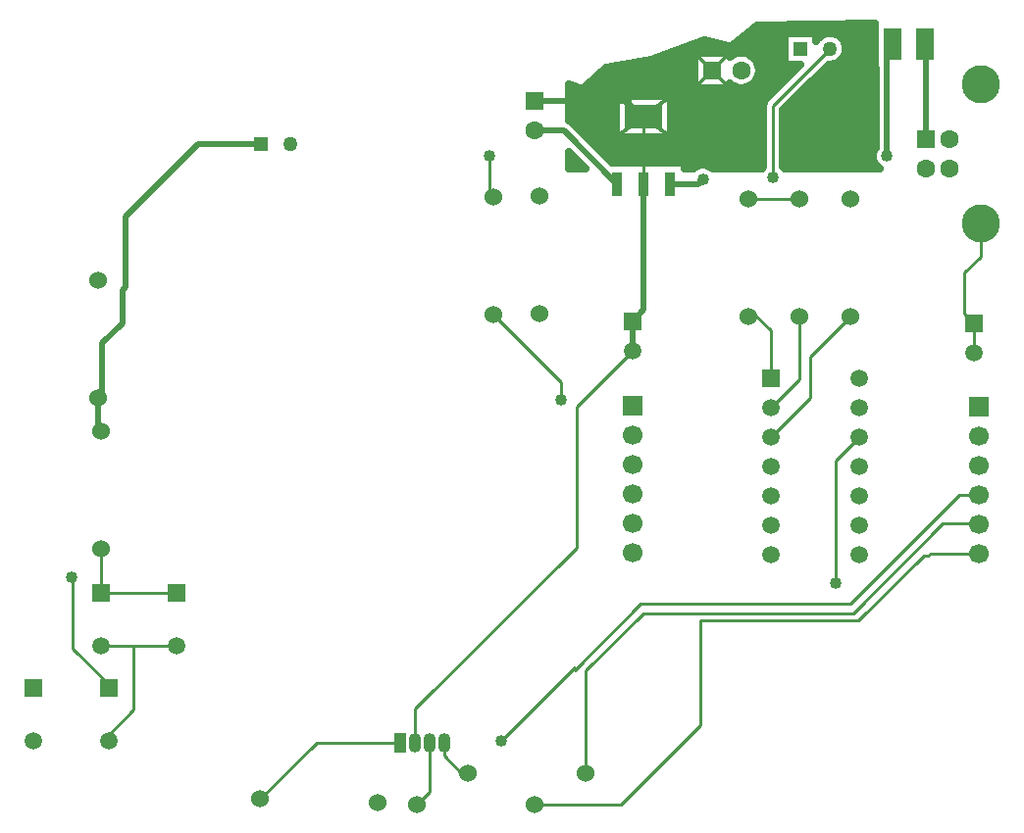
<source format=gbr>
G04 DipTrace 3.0.0.2*
G04 Top.gbr*
%MOMM*%
G04 #@! TF.FileFunction,Copper,L1,Top*
G04 #@! TF.Part,Single*
G04 #@! TA.AperFunction,Conductor*
%ADD13C,0.254*%
%ADD14C,0.508*%
G04 #@! TA.AperFunction,CopperBalancing*
%ADD15C,0.635*%
%ADD16C,0.3302*%
G04 #@! TA.AperFunction,ComponentPad*
%ADD17C,1.6*%
%ADD18R,1.6X1.6*%
%ADD19C,1.27*%
%ADD20R,1.27X1.27*%
%ADD21O,1.05X1.7*%
%ADD22R,1.05X1.7*%
%ADD23R,1.5X1.5*%
%ADD24C,1.5*%
%ADD25R,1.7X1.7*%
%ADD26C,1.7*%
%ADD27C,1.6*%
%ADD28C,3.3*%
%ADD29C,1.524*%
%ADD30C,1.524*%
%ADD31R,1.6X2.7*%
G04 #@! TA.AperFunction,ComponentPad*
%ADD32C,1.5*%
%ADD34R,0.95X2.15*%
%ADD35R,3.25X2.15*%
G04 #@! TA.AperFunction,ViaPad*
%ADD36C,1.016*%
%FSLAX35Y35*%
G04*
G71*
G90*
G75*
G01*
G04 Top*
%LPD*%
X8002310Y5364047D2*
D13*
Y4823127D1*
X7758943Y4579760D1*
X8442947Y5362453D2*
Y5375123D1*
X8418753Y5399317D1*
Y5339463D1*
X8094297Y5015007D1*
Y4661113D1*
X7758943Y4325760D1*
X9549370Y3313927D2*
X9130277D1*
X9117563Y3301213D1*
X9080897D1*
X8515160Y2735477D1*
X7150377D1*
Y1836677D1*
X6463033Y1149333D1*
X5715633D1*
X2627503Y2972920D2*
X1977503D1*
X1972573Y3355377D2*
Y2967990D1*
X1977503Y2972920D1*
X8315647Y3063147D2*
Y4120463D1*
X8520943Y4325760D1*
X2038187Y2151663D2*
X2074700D1*
X1731320Y2495043D1*
Y3105740D1*
X1723430Y3113630D1*
X6160087Y1419180D2*
Y2306900D1*
X6652823Y2799637D1*
X8469313D1*
X9243283Y3573607D1*
X9543690D1*
X9549370Y3567927D1*
X5942960Y4644030D2*
Y4800013D1*
X5365063Y5377910D1*
X2038187Y1701663D2*
Y1751757D1*
X2254943Y1968513D1*
Y2522920D1*
X2627503D1*
X1977503D2*
X2627503D1*
X6562640Y5070070D2*
D14*
Y5324070D1*
X7563340Y5360220D2*
D13*
Y5390520D1*
X7606900D1*
X7756390Y5241030D1*
Y4831207D1*
X7758943Y4833760D1*
X6658583Y6510810D2*
D14*
Y5420013D1*
X6562640Y5324070D1*
X6658583Y7090810D2*
D13*
Y6510810D1*
X5717790Y7223073D2*
D14*
X6526320D1*
D13*
X6658583Y7090810D1*
X4683540Y1683313D2*
Y1973050D1*
X6077187Y3366697D1*
Y4584617D1*
X6562640Y5070070D1*
X1953160Y4662873D2*
D14*
Y4390790D1*
D13*
X1972573Y4371377D1*
X9505850Y5308413D2*
Y5054413D1*
X9568703Y6167820D2*
Y5882303D1*
X9427327Y5740927D1*
Y5386937D1*
X9505850Y5308413D1*
X3352923Y6855433D2*
D14*
X2812483D1*
X2183203Y6226153D1*
Y5619553D1*
X2156803Y5593153D1*
Y5307577D1*
X1986417Y5137190D1*
Y4662873D1*
X1953160D1*
X5717790Y6969073D2*
X5970320D1*
X6428583Y6510810D1*
X7777597Y6566180D2*
D13*
Y7186523D1*
X8267897Y7676823D1*
X5324370Y6753130D2*
Y6434603D1*
X5365063Y6393910D1*
X7563340Y6376220D2*
X7998483D1*
X8002310Y6380047D1*
X4937540Y1683313D2*
Y1567350D1*
X5085710Y1419180D1*
X5144087D1*
X9097703Y6894820D2*
D14*
Y7701773D1*
D13*
X9083437Y7716040D1*
X6888583Y6510810D2*
D14*
X7130280D1*
X7171527Y6552057D1*
X8757580Y6748993D2*
Y7670183D1*
X8803437Y7716040D1*
X4810540Y1683313D2*
D13*
Y1260240D1*
X4699633Y1149333D1*
X4556540Y1683313D2*
X3836760D1*
X3350400Y1196953D1*
X9549370Y3821927D2*
X9383693D1*
X8444730Y2882963D1*
X6634273D1*
X6062513Y2311203D1*
Y2334277D1*
X5425010Y1696773D1*
D36*
X8315647Y3063147D3*
X1723430Y3113630D3*
D3*
X5942960Y4644030D3*
X7777597Y6566180D3*
X5324370Y6753130D3*
X7171527Y6552057D3*
X8757580Y6748993D3*
X5425010Y1696773D3*
X7589547Y7835677D2*
D15*
X8644687D1*
X7509800Y7772510D2*
X7871650D1*
X8370770D2*
X8644687D1*
X7073607Y7709343D2*
X7348890D1*
X7430177D2*
X7871650D1*
X8406240D2*
X8644687D1*
X6903573Y7646177D2*
X7871650D1*
X8406613D2*
X8644687D1*
X6731180Y7583010D2*
X7087820D1*
X7627620D2*
X7871650D1*
X8372507D2*
X8644687D1*
X6385650Y7519843D2*
X7087820D1*
X7656393D2*
X7984263D1*
X8237567D2*
X8644687D1*
X6277750Y7456677D2*
X7087820D1*
X7655650D2*
X7921133D1*
X8174440D2*
X8653493D1*
X6206933Y7393510D2*
X7087820D1*
X7624893D2*
X7858007D1*
X8111187D2*
X8653493D1*
X6019160Y7330343D2*
X7794753D1*
X8048060D2*
X8653493D1*
X6019533Y7267177D2*
X6417350D1*
X6899850D2*
X7731627D1*
X7984933D2*
X8653493D1*
X6019903Y7204010D2*
X6417350D1*
X6899850D2*
X7687970D1*
X7921680D2*
X8653493D1*
X6020153Y7140843D2*
X6417350D1*
X6899850D2*
X7686233D1*
X7868970D2*
X8653493D1*
X6020527Y7077677D2*
X6417350D1*
X6899850D2*
X7686233D1*
X7868970D2*
X8653493D1*
X6069513Y7014510D2*
X6417350D1*
X6899850D2*
X7686233D1*
X7868970D2*
X8653493D1*
X6132643Y6951343D2*
X6417350D1*
X6899850D2*
X7686233D1*
X7868970D2*
X8653493D1*
X6195770Y6888177D2*
X7686233D1*
X7868970D2*
X8653493D1*
X6259023Y6825010D2*
X7686233D1*
X7868970D2*
X8653493D1*
X6322150Y6761843D2*
X7686233D1*
X7868970D2*
X8628687D1*
X6022633Y6698677D2*
X6096130D1*
X6385277D2*
X7686233D1*
X7868970D2*
X8638733D1*
X7652487Y7478030D2*
X7648747Y7454413D1*
X7641357Y7431670D1*
X7630500Y7410363D1*
X7616443Y7391017D1*
X7599537Y7374110D1*
X7580190Y7360053D1*
X7558883Y7349197D1*
X7536140Y7341807D1*
X7512523Y7338067D1*
X7488610D1*
X7464993Y7341807D1*
X7442250Y7349197D1*
X7420943Y7360053D1*
X7401597Y7374110D1*
X7398957Y7375677D1*
Y7337597D1*
X7094177D1*
Y7642377D1*
X7398957D1*
Y7603557D1*
X7420943Y7619920D1*
X7442250Y7630777D1*
X7464993Y7638167D1*
X7488610Y7641907D1*
X7512523D1*
X7536140Y7638167D1*
X7558883Y7630777D1*
X7580190Y7619920D1*
X7599537Y7605863D1*
X7616443Y7588957D1*
X7630500Y7569610D1*
X7641357Y7548303D1*
X7648747Y7525560D1*
X7652487Y7501943D1*
Y7478030D1*
X8403367Y7666160D2*
X8400033Y7645100D1*
X8393443Y7624820D1*
X8383763Y7605820D1*
X8371227Y7588570D1*
X8356150Y7573493D1*
X8338900Y7560957D1*
X8319900Y7551277D1*
X8299620Y7544687D1*
X8278560Y7541353D1*
X8257233D1*
X8253220Y7541827D1*
X7862653Y7151243D1*
X7862687Y6655330D1*
X7874617Y6641943D1*
X8696480Y6641967D1*
X8677573Y6655320D1*
X8663907Y6668987D1*
X8652543Y6684627D1*
X8643767Y6701850D1*
X8637793Y6720237D1*
X8634770Y6739327D1*
Y6758660D1*
X8637793Y6777750D1*
X8643767Y6796137D1*
X8652543Y6813360D1*
X8659813Y6823807D1*
X8659790Y7508637D1*
X8651047Y7508650D1*
Y7895977D1*
X7641230Y7881683D1*
X7416157Y7703793D1*
X7406847Y7700333D1*
X7396920Y7699917D1*
X7177480Y7750353D1*
X6727167Y7583443D1*
X6332807Y7511350D1*
X6136313Y7336767D1*
X6127220Y7332770D1*
X6117333Y7331783D1*
X6107083Y7334133D1*
X6012670Y7369503D1*
X6014717Y7056207D1*
X6027800Y7048187D1*
X6039467Y7038220D1*
X6387013Y6690673D1*
X7008473Y6690700D1*
Y6641960D1*
X7087400Y6641967D1*
X7099117Y6651720D1*
X7115600Y6661820D1*
X7133460Y6669217D1*
X7152257Y6673730D1*
X7171527Y6675247D1*
X7190797Y6673730D1*
X7209593Y6669217D1*
X7227453Y6661820D1*
X7243937Y6651720D1*
X7255667Y6641910D1*
X7680480Y6641967D1*
X7692513Y6655160D1*
X7692770Y7193200D1*
X7696670Y7212817D1*
X7705047Y7230983D1*
X7717430Y7246690D1*
X7718060Y7247277D1*
X8011653Y7540917D1*
X7878007Y7540933D1*
Y7812713D1*
X8149787D1*
Y7744127D1*
X8164567Y7765077D1*
X8179643Y7780153D1*
X8196893Y7792690D1*
X8215893Y7802370D1*
X8236173Y7808960D1*
X8257233Y7812293D1*
X8278560D1*
X8299620Y7808960D1*
X8319900Y7802370D1*
X8338900Y7792690D1*
X8356150Y7780153D1*
X8371227Y7765077D1*
X8383763Y7747827D1*
X8393443Y7728827D1*
X8400033Y7708547D1*
X8403367Y7687487D1*
Y7666160D1*
X6430043Y7270700D2*
X6893473D1*
Y6910920D1*
X6423693D1*
Y7270700D1*
X6430043D1*
X6159220Y6641877D2*
X6015747Y6785350D1*
X6016707Y6641967D1*
X6159210D1*
X7094263Y7642290D2*
D16*
X7398870Y7337683D1*
Y7642290D2*
X7094263Y7337683D1*
X6423793Y7270623D2*
X6893377Y6910997D1*
Y7270623D2*
X6423793Y6910997D1*
D17*
X5717790Y6969073D3*
D18*
Y7223073D3*
D17*
X7500567Y7489987D3*
D18*
X7246567D3*
D19*
X8267897Y7676823D3*
D20*
X8013897D3*
D19*
X3606923Y6855433D3*
D20*
X3352923D3*
D21*
X4937540Y1683313D3*
X4683540D3*
D22*
X4556540D3*
D21*
X4810540D3*
D23*
X6562640Y5324070D3*
D24*
Y5070070D3*
D23*
X9505850Y5308413D3*
D24*
Y5054413D3*
D25*
X9549370Y4583927D3*
D26*
Y4329927D3*
Y4075927D3*
Y3821927D3*
Y3567927D3*
Y3313927D3*
D25*
X6560047Y4590347D3*
D26*
Y4336347D3*
Y4082347D3*
Y3828347D3*
Y3574347D3*
Y3320347D3*
D18*
X9097703Y6894820D3*
D27*
Y6644820D3*
X9297703D3*
Y6894820D3*
D28*
X9568703Y6167820D3*
Y7371820D3*
D29*
X5763290Y5388860D3*
D30*
Y6404860D3*
D29*
X5365063Y5377910D3*
D30*
Y6393910D3*
D29*
X1953160Y5678873D3*
D30*
Y4662873D3*
D29*
X1972573Y4371377D3*
D30*
Y3355377D3*
D29*
X7563340Y5360220D3*
D30*
Y6376220D3*
D29*
X8002310Y6380047D3*
D30*
Y5364047D3*
D29*
X8442947Y6378453D3*
D30*
Y5362453D3*
D31*
X9083437Y7716040D3*
X8803437D3*
D29*
X5144087Y1419180D3*
D30*
X6160087D3*
D29*
X4699633Y1149333D3*
D30*
X5715633D3*
D29*
X3350400Y1196953D3*
D30*
X4365853Y1163593D3*
D23*
X1977503Y2972920D3*
D32*
Y2522920D3*
X2627503D3*
D23*
Y2972920D3*
X1388187Y2151663D3*
D32*
Y1701663D3*
X2038187D3*
D23*
Y2151663D3*
X7758943Y4833760D3*
D24*
Y4579760D3*
Y4325760D3*
Y4071760D3*
Y3817760D3*
Y3563760D3*
Y3309760D3*
X8520943D3*
Y3563760D3*
Y3817760D3*
Y4071760D3*
Y4325760D3*
Y4579760D3*
Y4833760D3*
D34*
X6428583Y6510810D3*
X6658583D3*
X6888583D3*
D35*
X6658583Y7090810D3*
M02*

</source>
